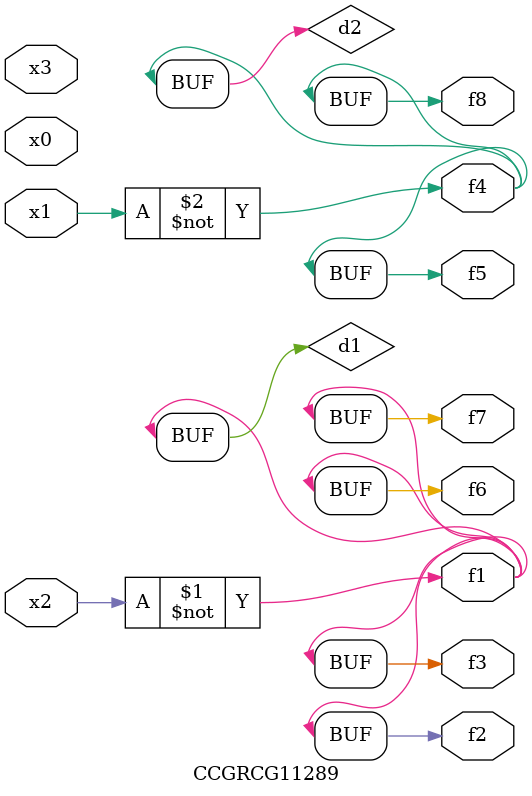
<source format=v>
module CCGRCG11289(
	input x0, x1, x2, x3,
	output f1, f2, f3, f4, f5, f6, f7, f8
);

	wire d1, d2;

	xnor (d1, x2);
	not (d2, x1);
	assign f1 = d1;
	assign f2 = d1;
	assign f3 = d1;
	assign f4 = d2;
	assign f5 = d2;
	assign f6 = d1;
	assign f7 = d1;
	assign f8 = d2;
endmodule

</source>
